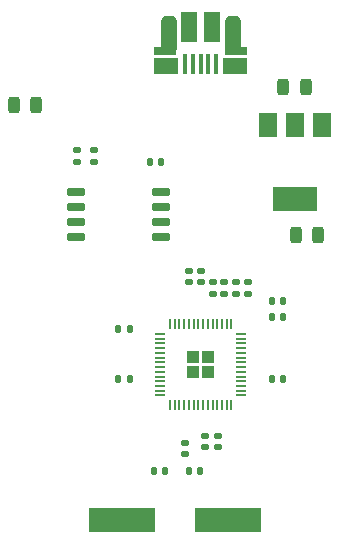
<source format=gtp>
%TF.GenerationSoftware,KiCad,Pcbnew,6.0.11-2627ca5db0~126~ubuntu22.04.1*%
%TF.CreationDate,2024-01-20T13:06:15+00:00*%
%TF.ProjectId,RP2040_minimal,52503230-3430-45f6-9d69-6e696d616c2e,REV1*%
%TF.SameCoordinates,Original*%
%TF.FileFunction,Paste,Top*%
%TF.FilePolarity,Positive*%
%FSLAX46Y46*%
G04 Gerber Fmt 4.6, Leading zero omitted, Abs format (unit mm)*
G04 Created by KiCad (PCBNEW 6.0.11-2627ca5db0~126~ubuntu22.04.1) date 2024-01-20 13:06:15*
%MOMM*%
%LPD*%
G01*
G04 APERTURE LIST*
G04 Aperture macros list*
%AMRoundRect*
0 Rectangle with rounded corners*
0 $1 Rounding radius*
0 $2 $3 $4 $5 $6 $7 $8 $9 X,Y pos of 4 corners*
0 Add a 4 corners polygon primitive as box body*
4,1,4,$2,$3,$4,$5,$6,$7,$8,$9,$2,$3,0*
0 Add four circle primitives for the rounded corners*
1,1,$1+$1,$2,$3*
1,1,$1+$1,$4,$5*
1,1,$1+$1,$6,$7*
1,1,$1+$1,$8,$9*
0 Add four rect primitives between the rounded corners*
20,1,$1+$1,$2,$3,$4,$5,0*
20,1,$1+$1,$4,$5,$6,$7,0*
20,1,$1+$1,$6,$7,$8,$9,0*
20,1,$1+$1,$8,$9,$2,$3,0*%
G04 Aperture macros list end*
%ADD10RoundRect,0.243750X-0.243750X-0.456250X0.243750X-0.456250X0.243750X0.456250X-0.243750X0.456250X0*%
%ADD11R,5.600000X2.100000*%
%ADD12RoundRect,0.050000X-0.050000X-0.387500X0.050000X-0.387500X0.050000X0.387500X-0.050000X0.387500X0*%
%ADD13RoundRect,0.050000X-0.387500X-0.050000X0.387500X-0.050000X0.387500X0.050000X-0.387500X0.050000X0*%
%ADD14RoundRect,0.250000X-0.292217X-0.292217X0.292217X-0.292217X0.292217X0.292217X-0.292217X0.292217X0*%
%ADD15R,1.825000X0.700000*%
%ADD16RoundRect,0.384800X0.265200X1.240200X-0.265200X1.240200X-0.265200X-1.240200X0.265200X-1.240200X0*%
%ADD17R,2.000000X1.460000*%
%ADD18R,0.400000X1.750000*%
%ADD19R,1.425000X2.500000*%
%ADD20RoundRect,0.147500X-0.172500X0.147500X-0.172500X-0.147500X0.172500X-0.147500X0.172500X0.147500X0*%
%ADD21RoundRect,0.147500X0.172500X-0.147500X0.172500X0.147500X-0.172500X0.147500X-0.172500X-0.147500X0*%
%ADD22RoundRect,0.147500X-0.147500X-0.172500X0.147500X-0.172500X0.147500X0.172500X-0.147500X0.172500X0*%
%ADD23RoundRect,0.147500X0.147500X0.172500X-0.147500X0.172500X-0.147500X-0.172500X0.147500X-0.172500X0*%
%ADD24RoundRect,0.150000X-0.650000X-0.150000X0.650000X-0.150000X0.650000X0.150000X-0.650000X0.150000X0*%
%ADD25R,1.500000X2.000000*%
%ADD26R,3.800000X2.000000*%
G04 APERTURE END LIST*
D10*
X86052500Y-78000000D03*
X84177500Y-78000000D03*
X109962500Y-89000000D03*
X108087500Y-89000000D03*
D11*
X93341000Y-113116000D03*
X102341000Y-113116000D03*
D12*
X97400000Y-96562500D03*
X97800000Y-96562500D03*
X98200000Y-96562500D03*
X98600000Y-96562500D03*
X99000000Y-96562500D03*
X99400000Y-96562500D03*
X99800000Y-96562500D03*
X100200000Y-96562500D03*
X100600000Y-96562500D03*
X101000000Y-96562500D03*
X101400000Y-96562500D03*
X101800000Y-96562500D03*
X102200000Y-96562500D03*
X102600000Y-96562500D03*
D13*
X103437500Y-97400000D03*
X103437500Y-97800000D03*
X103437500Y-98200000D03*
X103437500Y-98600000D03*
X103437500Y-99000000D03*
X103437500Y-99400000D03*
X103437500Y-99800000D03*
X103437500Y-100200000D03*
X103437500Y-100600000D03*
X103437500Y-101000000D03*
X103437500Y-101400000D03*
X103437500Y-101800000D03*
X103437500Y-102200000D03*
X103437500Y-102600000D03*
D12*
X102600000Y-103437500D03*
X102200000Y-103437500D03*
X101800000Y-103437500D03*
X101400000Y-103437500D03*
X101000000Y-103437500D03*
X100600000Y-103437500D03*
X100200000Y-103437500D03*
X99800000Y-103437500D03*
X99400000Y-103437500D03*
X99000000Y-103437500D03*
X98600000Y-103437500D03*
X98200000Y-103437500D03*
X97800000Y-103437500D03*
X97400000Y-103437500D03*
D13*
X96562500Y-102600000D03*
X96562500Y-102200000D03*
X96562500Y-101800000D03*
X96562500Y-101400000D03*
X96562500Y-101000000D03*
X96562500Y-100600000D03*
X96562500Y-100200000D03*
X96562500Y-99800000D03*
X96562500Y-99400000D03*
X96562500Y-99000000D03*
X96562500Y-98600000D03*
X96562500Y-98200000D03*
X96562500Y-97800000D03*
X96562500Y-97400000D03*
D14*
X100637500Y-100637500D03*
X100637500Y-99362500D03*
X99362500Y-100637500D03*
X99362500Y-99362500D03*
D15*
X97012500Y-73400000D03*
D16*
X97275000Y-72125000D03*
X102725000Y-72125000D03*
D15*
X102987500Y-73400000D03*
D17*
X102900000Y-74730000D03*
X97100000Y-74730000D03*
D18*
X101300000Y-74525000D03*
X100650000Y-74525000D03*
X100000000Y-74525000D03*
X99350000Y-74525000D03*
X98700000Y-74525000D03*
D19*
X100962500Y-71450000D03*
X99037500Y-71450000D03*
D20*
X98700000Y-107600000D03*
X98700000Y-106630000D03*
X102000000Y-94000000D03*
X102000000Y-93030000D03*
X101000000Y-94000000D03*
X101000000Y-93030000D03*
X89500000Y-82800000D03*
X89500000Y-81830000D03*
D21*
X91000000Y-81830000D03*
X91000000Y-82800000D03*
D22*
X106970000Y-94600000D03*
X106000000Y-94600000D03*
X106970000Y-96000000D03*
X106000000Y-96000000D03*
D20*
X100381000Y-106970000D03*
X100381000Y-106000000D03*
D23*
X93030000Y-101200000D03*
X94000000Y-101200000D03*
D22*
X106970000Y-101200000D03*
X106000000Y-101200000D03*
D23*
X93030000Y-97000000D03*
X94000000Y-97000000D03*
D21*
X104000000Y-93030000D03*
X104000000Y-94000000D03*
X100000000Y-92030000D03*
X100000000Y-93000000D03*
X103000000Y-93030000D03*
X103000000Y-94000000D03*
D20*
X101500000Y-106970000D03*
X101500000Y-106000000D03*
D21*
X99000000Y-92030000D03*
X99000000Y-93000000D03*
D23*
X95700000Y-82830000D03*
X96670000Y-82830000D03*
D22*
X99970000Y-109000000D03*
X99000000Y-109000000D03*
D23*
X96030000Y-109000000D03*
X97000000Y-109000000D03*
D10*
X108875000Y-76500000D03*
X107000000Y-76500000D03*
D24*
X96650000Y-85370000D03*
X96650000Y-86640000D03*
X96650000Y-87910000D03*
X96650000Y-89180000D03*
X89450000Y-89180000D03*
X89450000Y-87910000D03*
X89450000Y-86640000D03*
X89450000Y-85370000D03*
D25*
X110300000Y-79700000D03*
X105700000Y-79700000D03*
X108000000Y-79700000D03*
D26*
X108000000Y-86000000D03*
M02*

</source>
